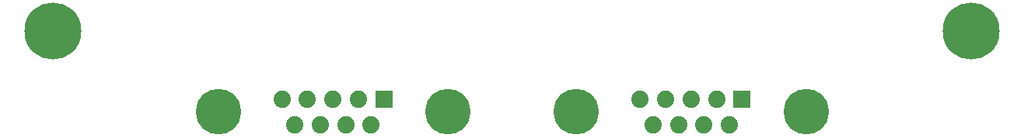
<source format=gts>
%FSDAX44Y44*%
%MOMM*%
%SFA1B1*%

%IPPOS*%
%ADD17C,1.893196*%
%ADD18R,1.893196X1.893196*%
%ADD19C,4.963190*%
%ADD20C,6.203188*%
%LNtray3-1*%
%LPD*%
G54D17*
X00739649Y00109199D03*
X00753499Y00080799D03*
X00767349Y00109199D03*
X00781199Y00080799D03*
X00795049Y00109199D03*
X00808899Y00080799D03*
X00822749Y00109199D03*
X00836599Y00080799D03*
X00349549Y00109199D03*
X00363399Y00080799D03*
X00377249Y00109199D03*
X00391099Y00080799D03*
X00404949Y00109199D03*
X00418799Y00080799D03*
X00432649Y00109199D03*
X00446499Y00080799D03*
G54D18*
X00850449Y00109199D03*
X00460349D03*
G54D19*
X00919999Y00094999D03*
X00670099D03*
X00529899D03*
X00279999D03*
G54D20*
X00099999Y00182999D03*
X01099999D03*
M02*
</source>
